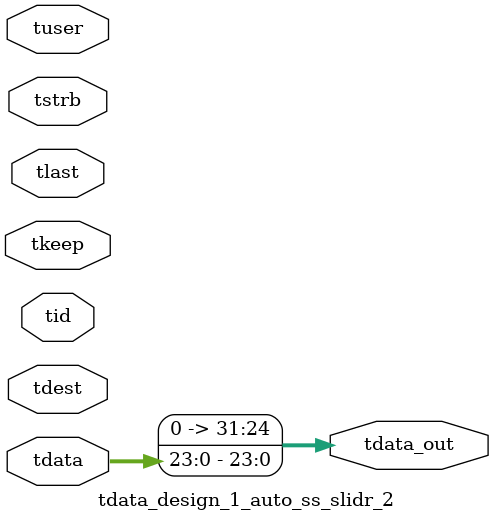
<source format=v>


`timescale 1ps/1ps

module tdata_design_1_auto_ss_slidr_2 #
(
parameter C_S_AXIS_TDATA_WIDTH = 32,
parameter C_S_AXIS_TUSER_WIDTH = 0,
parameter C_S_AXIS_TID_WIDTH   = 0,
parameter C_S_AXIS_TDEST_WIDTH = 0,
parameter C_M_AXIS_TDATA_WIDTH = 32
)
(
input  [(C_S_AXIS_TDATA_WIDTH == 0 ? 1 : C_S_AXIS_TDATA_WIDTH)-1:0     ] tdata,
input  [(C_S_AXIS_TUSER_WIDTH == 0 ? 1 : C_S_AXIS_TUSER_WIDTH)-1:0     ] tuser,
input  [(C_S_AXIS_TID_WIDTH   == 0 ? 1 : C_S_AXIS_TID_WIDTH)-1:0       ] tid,
input  [(C_S_AXIS_TDEST_WIDTH == 0 ? 1 : C_S_AXIS_TDEST_WIDTH)-1:0     ] tdest,
input  [(C_S_AXIS_TDATA_WIDTH/8)-1:0 ] tkeep,
input  [(C_S_AXIS_TDATA_WIDTH/8)-1:0 ] tstrb,
input                                                                    tlast,
output [C_M_AXIS_TDATA_WIDTH-1:0] tdata_out
);

assign tdata_out = {tdata[23:0]};

endmodule


</source>
